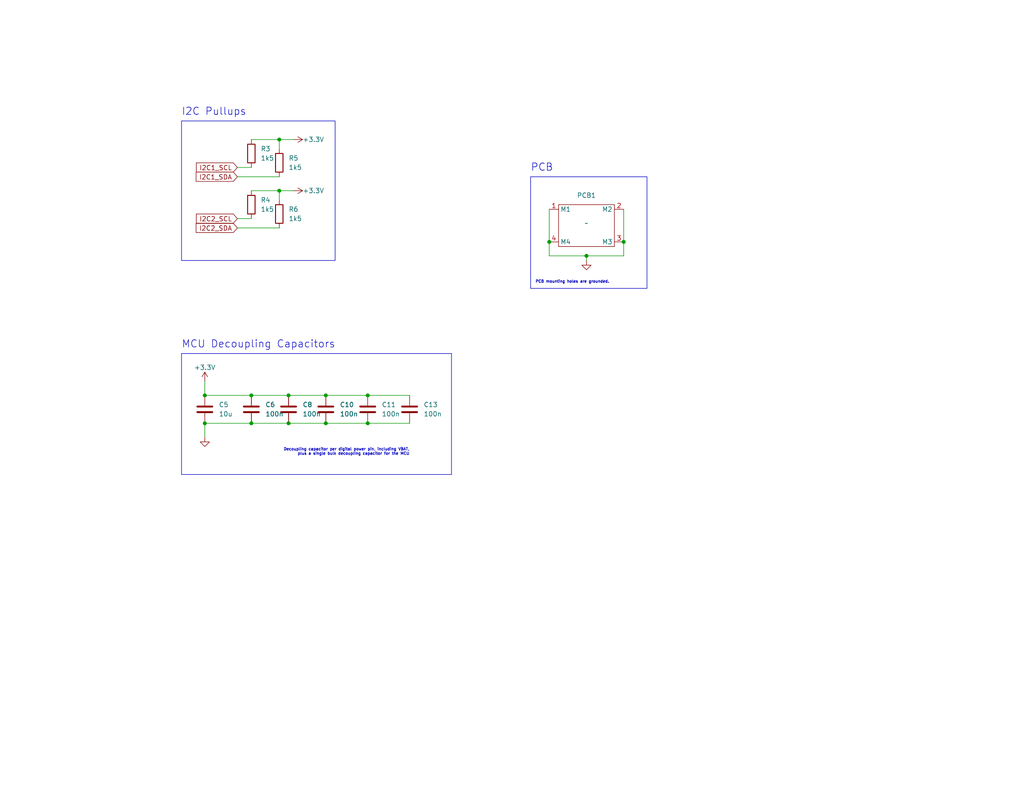
<source format=kicad_sch>
(kicad_sch (version 20230121) (generator eeschema)
  (paper "USLetter")
  (title_block (title "${BOARD_NAME}") (date "2024-04-03") (rev "v${PCB_VERSION}") (company "Tennessee Valley Stellar Corporation"))
  (lib_symbols
    (symbol "Device:C" (pin_numbers hide) (pin_names (offset 0.254))
      (property "Reference" "C" (at 0.635 2.54 0))
      (property "Value" "C" (at 0.635 -2.54 0))
      (symbol "C_0_1"
        (polyline (pts (xy -2.032 -0.762) (xy 2.032 -0.762)) (stroke (width 0.508)))
        (polyline (pts (xy -2.032 0.762) (xy 2.032 0.762)) (stroke (width 0.508)))
      )
      (symbol "C_1_1"
        (pin passive line (at 0 3.81 270) (length 2.794) (name "~") (number "1"))
        (pin passive line (at 0 -3.81 90) (length 2.794) (name "~") (number "2"))
      )
    )
    (symbol "Device:R" (pin_numbers hide) (pin_names (offset 0))
      (property "Reference" "R" (at 2.032 0 90))
      (property "Value" "R" (at 0 0 90))
      (symbol "R_0_1"
        (rectangle (start -1.016 -2.54) (end 1.016 2.54) (stroke (width 0.254)))
      )
      (symbol "R_1_1"
        (pin passive line (at 0 3.81 270) (length 1.27) (name "~") (number "1"))
        (pin passive line (at 0 -3.81 90) (length 1.27) (name "~") (number "2"))
      )
    )
    (symbol "TVSC:Standard_PCB" (in_bom no)
      (property "Reference" "PCB" (at 0 0 0))
      (symbol "Standard_PCB_0_1"
        (rectangle (start -7.62 5.08) (end 7.62 -6.35))
      )
      (symbol "Standard_PCB_1_1"
        (pin power_in line (at -10.16 3.81 0) (length 2.54) (name "M1") (number "1"))
        (pin power_in line (at 10.16 3.81 180) (length 2.54) (name "M2") (number "2"))
        (pin power_in line (at 10.16 -5.08 180) (length 2.54) (name "M3") (number "3"))
        (pin power_in line (at -10.16 -5.08 0) (length 2.54) (name "M4") (number "4"))
      )
    )
    (symbol "power:+3.3V" (power) (pin_names (offset 0))
      (property "Value" "+3.3V" (at 0 3.556 0))
      (symbol "+3.3V_0_1"
        (polyline (pts (xy -0.762 1.27) (xy 0 2.54)))
        (polyline (pts (xy 0 0) (xy 0 2.54)))
        (polyline (pts (xy 0 2.54) (xy 0.762 1.27)))
      )
      (symbol "+3.3V_1_1"
        (pin power_in line (at 0 0 90) (length 0) hide (name "+3.3V") (number "1"))
      )
    )
    (symbol "power:GND" (power) (pin_names (offset 0))
      (property "Value" "GND" (at 0 -3.81 0))
      (symbol "GND_0_1"
        (polyline (pts (xy 0 0) (xy 0 -1.27) (xy 1.27 -1.27) (xy 0 -2.54) (xy -1.27 -1.27) (xy 0 -1.27)))
      )
      (symbol "GND_1_1"
        (pin power_in line (at 0 0 270) (length 0) hide (name "GND") (number "1"))
      )
    )
  )
  (junction (at 76.2 52.07))
  (junction (at 160.02 69.85))
  (junction (at 55.88 107.95))
  (junction (at 88.9 107.95))
  (junction (at 78.74 115.57))
  (junction (at 68.58 115.57))
  (junction (at 170.18 66.04))
  (junction (at 100.33 107.95))
  (junction (at 78.74 107.95))
  (junction (at 68.58 107.95))
  (junction (at 100.33 115.57))
  (junction (at 149.86 66.04))
  (junction (at 55.88 115.57))
  (junction (at 76.2 38.1))
  (junction (at 88.9 115.57))
  (wire (pts (xy 68.58 52.07) (xy 76.2 52.07)))
  (wire (pts (xy 149.86 69.85) (xy 149.86 66.04)))
  (wire (pts (xy 76.2 52.07) (xy 76.2 54.61)))
  (polyline (pts (xy 49.53 96.52) (xy 49.53 129.54)))
  (wire (pts (xy 88.9 107.95) (xy 100.33 107.95)))
  (wire (pts (xy 170.18 66.04) (xy 170.18 69.85)))
  (wire (pts (xy 64.77 48.26) (xy 76.2 48.26)))
  (wire (pts (xy 76.2 38.1) (xy 80.01 38.1)))
  (wire (pts (xy 55.88 115.57) (xy 55.88 119.38)))
  (wire (pts (xy 160.02 69.85) (xy 149.86 69.85)))
  (wire (pts (xy 100.33 107.95) (xy 111.76 107.95)))
  (wire (pts (xy 78.74 115.57) (xy 88.9 115.57)))
  (wire (pts (xy 170.18 57.15) (xy 170.18 66.04)))
  (wire (pts (xy 55.88 104.14) (xy 55.88 107.95)))
  (wire (pts (xy 64.77 62.23) (xy 76.2 62.23)))
  (wire (pts (xy 68.58 115.57) (xy 78.74 115.57)))
  (polyline (pts (xy 123.19 96.52) (xy 123.19 129.54)))
  (wire (pts (xy 76.2 38.1) (xy 76.2 40.64)))
  (wire (pts (xy 68.58 107.95) (xy 78.74 107.95)))
  (wire (pts (xy 76.2 52.07) (xy 80.01 52.07)))
  (wire (pts (xy 55.88 107.95) (xy 68.58 107.95)))
  (polyline (pts (xy 49.53 96.52) (xy 123.19 96.52)))
  (wire (pts (xy 160.02 71.12) (xy 160.02 69.85)))
  (wire (pts (xy 78.74 107.95) (xy 88.9 107.95)))
  (polyline (pts (xy 123.19 129.54) (xy 49.53 129.54)))
  (wire (pts (xy 100.33 115.57) (xy 111.76 115.57)))
  (wire (pts (xy 88.9 115.57) (xy 100.33 115.57)))
  (wire (pts (xy 64.77 45.72) (xy 68.58 45.72)))
  (wire (pts (xy 68.58 38.1) (xy 76.2 38.1)))
  (wire (pts (xy 55.88 115.57) (xy 68.58 115.57)))
  (wire (pts (xy 64.77 59.69) (xy 68.58 59.69)))
  (wire (pts (xy 149.86 57.15) (xy 149.86 66.04)))
  (wire (pts (xy 170.18 69.85) (xy 160.02 69.85)))
  (rectangle (start 49.53 33.02) (end 91.44 71.12))
  (rectangle (start 144.78 48.26) (end 176.53 78.74))
  (text "PCB mounting holes are grounded." (at 146.05 77.47 0) (effects (font (size 0.75 0.75)) (justify left bottom)))
  (text "PCB" (at 144.78 46.99 0) (effects (font (size 2 2)) (justify left bottom)))
  (text "MCU Decoupling Capacitors" (at 49.53 95.25 0) (effects (font (size 2 2)) (justify left bottom)))
  (text "Decoupling capacitor per digital power pin, including VBAT,\nplus a single bulk decoupling capacitor for the MCU" (at 111.76 124.46 0) (effects (font (size 0.75 0.75)) (justify right bottom)))
  (text "I2C Pullups" (at 49.53 31.75 0) (effects (font (size 2 2)) (justify left bottom)))
  (global_label "I2C1_SDA" (shape input) (at 64.77 48.26 180) (property "Intersheetrefs" "${INTERSHEET_REFS}" (effects hide)))
  (global_label "I2C1_SCL" (shape input) (at 64.77 45.72 180) (property "Intersheetrefs" "${INTERSHEET_REFS}" (effects hide)))
  (global_label "I2C2_SCL" (shape input) (at 64.77 59.69 180) (property "Intersheetrefs" "${INTERSHEET_REFS}" (effects hide)))
  (global_label "I2C2_SDA" (shape input) (at 64.77 62.23 180) (property "Intersheetrefs" "${INTERSHEET_REFS}" (effects hide)))
  (symbol (lib_id "Device:R") (at 76.2 58.42 0) (unit 1)
    (property "Reference" "R6" (at 78.74 57.15 0) (effects (justify left)))
    (property "Value" "1k5" (at 78.74 59.69 0) (effects (justify left)))
    (property "Footprint" "Resistor_SMD:R_0402_1005Metric" (effects hide))
    (property "MPN" "C25867" (effects hide))
    (property "Manufacturer" "UNI-ROYAL" (effects hide))
    (property "Manufacturer Part Number" "0402WGF1501TCE" (effects hide))
  )
  (symbol (lib_id "Device:C") (at 78.74 111.76 0) (unit 1)
    (property "Reference" "C8" (at 82.55 110.49 0) (effects (justify left)))
    (property "Value" "100n" (at 82.55 113.03 0) (effects (justify left)))
    (property "Footprint" "Capacitor_SMD:C_0402_1005Metric" (effects hide))
    (property "MPN" "C1525" (effects hide))
    (property "Manufacturer" "Samsung Electro-Mechanics" (effects hide))
    (property "Manufacturer Part Number" "CL05B104KO5NNNC" (effects hide))
  )
  (symbol (lib_id "Device:C") (at 68.58 111.76 0) (unit 1)
    (property "Reference" "C6" (at 72.39 110.49 0) (effects (justify left)))
    (property "Value" "100n" (at 72.39 113.03 0) (effects (justify left)))
    (property "Footprint" "Capacitor_SMD:C_0402_1005Metric" (effects hide))
    (property "MPN" "C1525" (effects hide))
    (property "Manufacturer" "Samsung Electro-Mechanics" (effects hide))
    (property "Manufacturer Part Number" "CL05B104KO5NNNC" (effects hide))
  )
  (symbol (lib_id "Device:R") (at 76.2 44.45 0) (unit 1)
    (property "Reference" "R5" (at 78.74 43.18 0) (effects (justify left)))
    (property "Value" "1k5" (at 78.74 45.72 0) (effects (justify left)))
    (property "Footprint" "Resistor_SMD:R_0402_1005Metric" (effects hide))
    (property "MPN" "C25867" (effects hide))
    (property "Manufacturer" "UNI-ROYAL" (effects hide))
    (property "Manufacturer Part Number" "0402WGF1501TCE" (effects hide))
  )
  (symbol (lib_id "Device:C") (at 111.76 111.76 0) (unit 1)
    (property "Reference" "C13" (at 115.57 110.49 0) (effects (justify left)))
    (property "Value" "100n" (at 115.57 113.03 0) (effects (justify left)))
    (property "Footprint" "Capacitor_SMD:C_0402_1005Metric" (effects hide))
    (property "MPN" "C1525" (effects hide))
    (property "Manufacturer" "Samsung Electro-Mechanics" (effects hide))
    (property "Manufacturer Part Number" "CL05B104KO5NNNC" (effects hide))
  )
  (symbol (lib_id "Device:R") (at 68.58 41.91 0) (unit 1)
    (property "Reference" "R3" (at 71.12 40.64 0) (effects (justify left)))
    (property "Value" "1k5" (at 71.12 43.18 0) (effects (justify left)))
    (property "Footprint" "Resistor_SMD:R_0402_1005Metric" (effects hide))
    (property "MPN" "C25867" (effects hide))
    (property "Manufacturer" "UNI-ROYAL" (effects hide))
    (property "Manufacturer Part Number" "0402WGF1501TCE" (effects hide))
  )
  (symbol (lib_id "power:GND") (at 160.02 71.12 0) (unit 1)
    (property "Reference" "#PWR04" (effects hide))
    (property "Value" "GND" (effects hide))
  )
  (symbol (lib_id "Device:C") (at 88.9 111.76 0) (unit 1)
    (property "Reference" "C10" (at 92.71 110.49 0) (effects (justify left)))
    (property "Value" "100n" (at 92.71 113.03 0) (effects (justify left)))
    (property "Footprint" "Capacitor_SMD:C_0402_1005Metric" (effects hide))
    (property "MPN" "C1525" (effects hide))
    (property "Manufacturer" "Samsung Electro-Mechanics" (effects hide))
    (property "Manufacturer Part Number" "CL05B104KO5NNNC" (effects hide))
  )
  (symbol (lib_id "power:+3.3V") (at 80.01 38.1 270) (mirror x) (unit 1)
    (property "Reference" "#PWR022" (effects hide))
    (property "Value" "+3.3V" (at 82.55 38.1 90) (effects (justify left)))
  )
  (symbol (lib_id "power:GND") (at 55.88 119.38 0) (unit 1)
    (property "Reference" "#PWR017" (effects hide))
    (property "Value" "GND" (effects hide))
  )
  (symbol (lib_id "power:+3.3V") (at 55.88 104.14 0) (unit 1)
    (property "Reference" "#PWR016" (effects hide))
    (property "Value" "+3.3V" (at 55.88 100.33 0))
  )
  (symbol (lib_id "Device:R") (at 68.58 55.88 0) (unit 1)
    (property "Reference" "R4" (at 71.12 54.61 0) (effects (justify left)))
    (property "Value" "1k5" (at 71.12 57.15 0) (effects (justify left)))
    (property "Footprint" "Resistor_SMD:R_0402_1005Metric" (effects hide))
    (property "MPN" "C25867" (effects hide))
    (property "Manufacturer" "UNI-ROYAL" (effects hide))
    (property "Manufacturer Part Number" "0402WGF1501TCE" (effects hide))
  )
  (symbol (lib_id "Device:C") (at 55.88 111.76 0) (unit 1)
    (property "Reference" "C5" (at 59.69 110.49 0) (effects (justify left)))
    (property "Value" "10u" (at 59.69 113.03 0) (effects (justify left)))
    (property "Footprint" "Capacitor_SMD:C_0603_1608Metric" (effects hide))
    (property "MPN" "C19702" (effects hide))
    (property "Manufacturer" "Samsung Electro-Mechanics" (effects hide))
    (property "Manufacturer Part Number" "CL10A106KP8NNNC" (effects hide))
  )
  (symbol (lib_id "Device:C") (at 100.33 111.76 0) (unit 1)
    (property "Reference" "C11" (at 104.14 110.49 0) (effects (justify left)))
    (property "Value" "100n" (at 104.14 113.03 0) (effects (justify left)))
    (property "Footprint" "Capacitor_SMD:C_0402_1005Metric" (effects hide))
    (property "MPN" "C1525" (effects hide))
    (property "Manufacturer" "Samsung Electro-Mechanics" (effects hide))
    (property "Manufacturer Part Number" "CL05B104KO5NNNC" (effects hide))
  )
  (symbol (lib_id "power:+3.3V") (at 80.01 52.07 270) (mirror x) (unit 1)
    (property "Reference" "#PWR023" (effects hide))
    (property "Value" "+3.3V" (at 82.55 52.07 90) (effects (justify left)))
  )
  (symbol (lib_id "TVSC:Standard_PCB") (at 160.02 60.96 0) (unit 1) (in_bom no)
    (property "Reference" "PCB1" (at 160.02 53.34 0))
    (property "Value" "~" (at 160.02 60.96 0))
    (property "Footprint" "footprints:Standard_PCB_Shape" (effects hide))
    (property "MPN" "NA" (effects hide))
  )
)
</source>
